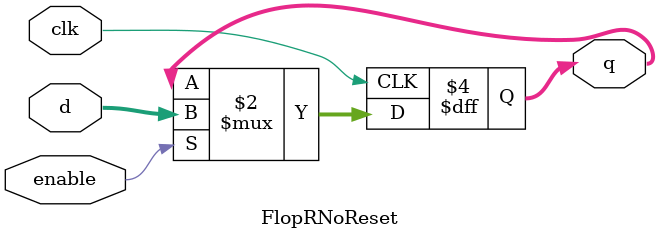
<source format=sv>
`timescale 1ns / 1ps

module FlopRNoReset #(parameter WIDTH=8)(
    input logic clk, enable,
    input logic [WIDTH-1:0] d,
    output logic [WIDTH-1:0] q);
    
    always_ff @(posedge clk)
        if (enable) q <= d;
    
endmodule
</source>
